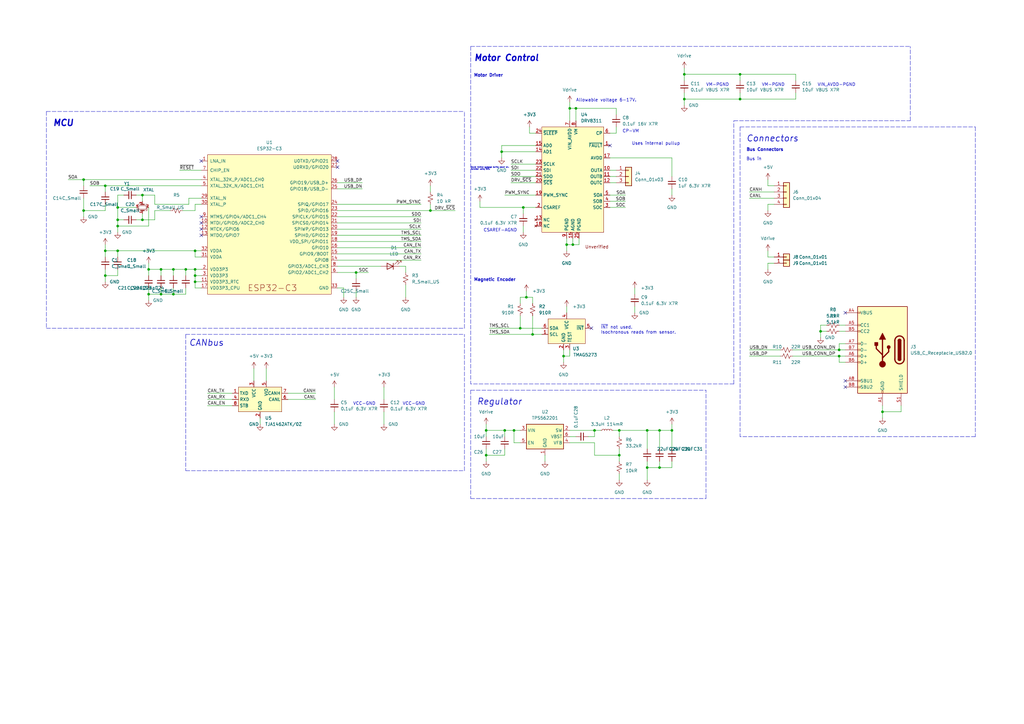
<source format=kicad_sch>
(kicad_sch (version 20211123) (generator eeschema)
  (paper "A3")
  (lib_symbols
    (symbol "Connector:USB_C_Receptacle_USB2.0" (pin_names (offset 1.016))
      (property "Reference" "J" (at -10.16 19.05 0))
      (property "Value" "USB_C_Receptacle_USB2.0" (at 19.05 19.05 0))
      (symbol "USB_C_Receptacle_USB2.0_1_1"
        (pin passive line (at 0 -22.86 90) (length 5.08) (name "GND") (number "A1"))
        (pin passive line (at 0 -22.86 90) (length 5.08) hide (name "GND") (number "A12"))
        (pin passive line (at 15.24 15.24 180) (length 5.08) (name "VBUS") (number "A4"))
        (pin bidirectional line (at 15.24 10.16 180) (length 5.08) (name "CC1") (number "A5"))
        (pin bidirectional line (at 15.24 -2.54 180) (length 5.08) (name "D+") (number "A6"))
        (pin bidirectional line (at 15.24 2.54 180) (length 5.08) (name "D-") (number "A7"))
        (pin bidirectional line (at 15.24 -12.7 180) (length 5.08) (name "SBU1") (number "A8"))
        (pin passive line (at 15.24 15.24 180) (length 5.08) hide (name "VBUS") (number "A9"))
        (pin passive line (at 0 -22.86 90) (length 5.08) hide (name "GND") (number "B1"))
        (pin passive line (at 0 -22.86 90) (length 5.08) hide (name "GND") (number "B12"))
        (pin passive line (at 15.24 15.24 180) (length 5.08) hide (name "VBUS") (number "B4"))
        (pin bidirectional line (at 15.24 7.62 180) (length 5.08) (name "CC2") (number "B5"))
        (pin bidirectional line (at 15.24 -5.08 180) (length 5.08) (name "D+") (number "B6"))
        (pin bidirectional line (at 15.24 0 180) (length 5.08) (name "D-") (number "B7"))
        (pin bidirectional line (at 15.24 -15.24 180) (length 5.08) (name "SBU2") (number "B8"))
        (pin passive line (at 15.24 15.24 180) (length 5.08) hide (name "VBUS") (number "B9"))
        (pin passive line (at -7.62 -22.86 90) (length 5.08) (name "SHIELD") (number "S1"))
      )
    )
    (symbol "Connector_Generic:Conn_01x01" (pin_names (offset 1.016) hide)
      (property "Reference" "J" (at 0 2.54 0))
      (property "Value" "Conn_01x01" (at 0 -2.54 0))
      (symbol "Conn_01x01_1_1"
        (pin passive line (at -5.08 0 0) (length 3.81) (name "Pin_1") (number "1"))
      )
    )
    (symbol "Connector_Generic:Conn_01x03" (pin_names (offset 1.016) hide)
      (property "Reference" "J" (at 0 5.08 0))
      (property "Value" "Conn_01x03" (at 0 -5.08 0))
      (symbol "Conn_01x03_1_1"
        (pin passive line (at -5.08 2.54 0) (length 3.81) (name "Pin_1") (number "1"))
        (pin passive line (at -5.08 0 0) (length 3.81) (name "Pin_2") (number "2"))
        (pin passive line (at -5.08 -2.54 0) (length 3.81) (name "Pin_3") (number "3"))
      )
    )
    (symbol "Connector_Generic:Conn_01x04" (pin_names (offset 1.016) hide)
      (property "Reference" "J" (at 0 5.08 0))
      (property "Value" "Conn_01x04" (at 0 -7.62 0))
      (symbol "Conn_01x04_1_1"
        (pin passive line (at -5.08 2.54 0) (length 3.81) (name "Pin_1") (number "1"))
        (pin passive line (at -5.08 0 0) (length 3.81) (name "Pin_2") (number "2"))
        (pin passive line (at -5.08 -2.54 0) (length 3.81) (name "Pin_3") (number "3"))
        (pin passive line (at -5.08 -5.08 0) (length 3.81) (name "Pin_4") (number "4"))
      )
    )
    (symbol "DStutman_Driver_Motor:DRV8311"
      (property "Reference" "U" (at 5.27 12 0))
      (property "Value" "DRV8311" (at 5.27 10 0))
      (symbol "DRV8311_0_0"
        (text "Unverified" (at 5 8 0) (effects (font (size 1.27 1.27)) (justify left)))
        (pin open_collector line (at 15.24 49.53 180) (length 2.54) (name "~{FAULT}") (number "1"))
        (pin power_out line (at 15.24 39.37 180) (length 2.54) (name "OUTA") (number "10"))
        (pin power_out line (at 15.24 36.83 180) (length 2.54) (name "OUTB") (number "11"))
        (pin power_out line (at 15.24 34.29 180) (length 2.54) (name "OUTC") (number "12"))
        (pin no_connect line (at -15.24 19.05 0) (length 2.54) (name "NC") (number "13"))
        (pin input line (at -15.24 46.99 0) (length 2.54) (name "AD1") (number "14"))
        (pin input line (at -15.24 49.53 0) (length 2.54) (name "AD0") (number "15"))
        (pin input line (at 0 11.43 90) (length 2.54) (name "AGND") (number "16"))
        (pin power_out line (at 15.24 44.45 180) (length 2.54) (name "AVDD") (number "17"))
        (pin no_connect line (at -15.24 16.51 0) (length 2.54) (name "NC") (number "18"))
        (pin input line (at -15.24 29.21 0) (length 2.54) (name "PWM_SYNC") (number "19"))
        (pin input line (at -15.24 24.13 0) (length 2.54) (name "CSAREF") (number "2"))
        (pin input line (at -15.24 34.29 0) (length 2.54) (name "~{SCS}") (number "20"))
        (pin output line (at -15.24 36.83 0) (length 2.54) (name "SDO") (number "21"))
        (pin input line (at -15.24 39.37 0) (length 2.54) (name "SDI") (number "22"))
        (pin input line (at -15.24 41.91 0) (length 2.54) (name "SCLK") (number "23"))
        (pin input line (at -15.24 54.61 0) (length 2.54) (name "~{SLEEP}") (number "24"))
        (pin power_out line (at 2.54 11.43 90) (length 2.54) (name "PGND") (number "25"))
        (pin output line (at 15.24 24.13 180) (length 2.54) (name "SOC") (number "3"))
        (pin output line (at 15.24 26.67 180) (length 2.54) (name "SOB") (number "4"))
        (pin output line (at 15.24 29.21 180) (length 2.54) (name "SOA") (number "5"))
        (pin input line (at 15.24 54.61 180) (length 2.54) (name "CP") (number "6"))
        (pin power_in line (at -1.27 59.69 270) (length 2.54) (name "VIN_AVDD") (number "7"))
        (pin power_in line (at 1.27 59.69 270) (length 2.54) (name "VM") (number "8"))
        (pin power_in line (at -2.54 11.43 90) (length 2.54) (name "PGND") (number "9"))
      )
    )
    (symbol "DStutman_Sensor:TMAG5273"
      (property "Reference" "U" (at 2.54 -6.35 0))
      (property "Value" "TMAG5273" (at 2.54 -8.89 0))
      (symbol "TMAG5273_0_0"
        (pin bidirectional line (at -10.16 -1.27 0) (length 2.54) (name "SCL") (number "1"))
        (pin power_in line (at -1.27 -7.62 90) (length 2.54) (name "GND") (number "2"))
        (pin power_in line (at 1.27 -7.62 90) (length 2.54) (name "TEST") (number "3"))
        (pin power_in line (at 0 7.62 270) (length 2.54) (name "VCC") (number "4"))
        (pin bidirectional line (at 10.16 1.27 180) (length 2.54) (name "~{INT}") (number "5"))
        (pin bidirectional line (at -10.16 1.27 0) (length 2.54) (name "SDA") (number "6"))
      )
    )
    (symbol "Device:C_Small" (pin_numbers hide) (pin_names (offset 0.254) hide)
      (property "Reference" "C" (at 0.254 1.778 0))
      (property "Value" "C_Small" (at 0.254 -2.032 0))
      (symbol "C_Small_1_1"
        (pin passive line (at 0 2.54 270) (length 2.032) (name "~") (number "1"))
        (pin passive line (at 0 -2.54 90) (length 2.032) (name "~") (number "2"))
      )
    )
    (symbol "Device:Crystal_GND24_Small" (pin_names (offset 1.016) hide)
      (property "Reference" "Y" (at 1.27 4.445 0))
      (property "Value" "Crystal_GND24_Small" (at 1.27 2.54 0))
      (symbol "Crystal_GND24_Small_1_1"
        (pin passive line (at -2.54 0 0) (length 1.27) (name "1") (number "1"))
        (pin passive line (at 0 -2.54 90) (length 0.635) (name "2") (number "2"))
        (pin passive line (at 2.54 0 180) (length 1.27) (name "3") (number "3"))
        (pin passive line (at 0 2.54 270) (length 0.635) (name "4") (number "4"))
      )
    )
    (symbol "Device:LED" (pin_numbers hide) (pin_names (offset 1.016) hide)
      (property "Reference" "D" (at 0 2.54 0))
      (property "Value" "LED" (at 0 -2.54 0))
      (symbol "LED_1_1"
        (pin passive line (at -3.81 0 0) (length 2.54) (name "K") (number "1"))
        (pin passive line (at 3.81 0 180) (length 2.54) (name "A") (number "2"))
      )
    )
    (symbol "Device:L_Small" (pin_numbers hide) (pin_names (offset 0.254) hide)
      (property "Reference" "L" (at 0.762 1.016 0))
      (property "Value" "L_Small" (at 0.762 -1.016 0))
      (symbol "L_Small_1_1"
        (pin passive line (at 0 2.54 270) (length 0.508) (name "~") (number "1"))
        (pin passive line (at 0 -2.54 90) (length 0.508) (name "~") (number "2"))
      )
    )
    (symbol "Device:R_Small_US" (pin_numbers hide) (pin_names (offset 0.254) hide)
      (property "Reference" "R" (at 0.762 0.508 0))
      (property "Value" "R_Small_US" (at 0.762 -1.016 0))
      (symbol "R_Small_US_1_1"
        (pin passive line (at 0 2.54 270) (length 1.016) (name "~") (number "1"))
        (pin passive line (at 0 -2.54 90) (length 1.016) (name "~") (number "2"))
      )
    )
    (symbol "Library:ESP32-C3" (pin_names (offset 1.016))
      (property "Reference" "U" (at 0 31.75 0))
      (property "Value" "ESP32-C3" (at 0 -27.94 0))
      (symbol "ESP32-C3_0_0"
        (text "ESP32-C3" (at 1.27 -24.13 0) (effects (font (size 2.54 2.54))))
        (pin bidirectional line (at -27.94 27.94 0) (length 2.54) (name "LNA_IN") (number "1"))
        (pin bidirectional line (at -27.94 2.54 0) (length 2.54) (name "MTDI/GPIO5/ADC2_CH0") (number "10"))
        (pin power_in line (at -27.94 -21.59 0) (length 2.54) (name "VDD3P3_RTC") (number "11"))
        (pin bidirectional line (at -27.94 0 0) (length 2.54) (name "MTCK/GPIO6") (number "12"))
        (pin bidirectional line (at -27.94 -2.54 0) (length 2.54) (name "MTDO/GPIO7") (number "13"))
        (pin bidirectional line (at 27.94 -12.7 180) (length 2.54) (name "GPIO8") (number "14"))
        (pin bidirectional line (at 27.94 -10.16 180) (length 2.54) (name "GPIO9/BOOT") (number "15"))
        (pin bidirectional line (at 27.94 -7.62 180) (length 2.54) (name "GPIO10") (number "16"))
        (pin power_in line (at -27.94 -24.13 0) (length 2.54) (name "VDD3P3_CPU") (number "17"))
        (pin bidirectional line (at 27.94 -5.08 180) (length 2.54) (name "VDD_SPI/GPIO11") (number "18"))
        (pin bidirectional line (at 27.94 -2.54 180) (length 2.54) (name "SPIHD/GPIO12") (number "19"))
        (pin power_in line (at -27.94 -16.51 0) (length 2.54) (name "VDD3P3") (number "2"))
        (pin bidirectional line (at 27.94 0 180) (length 2.54) (name "SPIWP/GPIO13") (number "20"))
        (pin bidirectional line (at 27.94 2.54 180) (length 2.54) (name "SPICS0/GPIO14") (number "21"))
        (pin bidirectional line (at 27.94 5.08 180) (length 2.54) (name "SPICLK/GPIO15") (number "22"))
        (pin bidirectional line (at 27.94 7.62 180) (length 2.54) (name "SPID/GPIO16") (number "23"))
        (pin bidirectional line (at 27.94 10.16 180) (length 2.54) (name "SPIQ/GPIO17") (number "24"))
        (pin bidirectional line (at 27.94 16.51 180) (length 2.54) (name "GPIO18/USB_D-") (number "25"))
        (pin bidirectional line (at 27.94 19.05 180) (length 2.54) (name "GPIO19/USB_D+") (number "26"))
        (pin bidirectional line (at 27.94 25.4 180) (length 2.54) (name "U0RXD/GPIO20") (number "27"))
        (pin bidirectional line (at 27.94 27.94 180) (length 2.54) (name "U0TXD/GPIO21") (number "28"))
        (pin output line (at -27.94 12.7 0) (length 2.54) (name "XTAL_N") (number "29"))
        (pin power_in line (at -27.94 -19.05 0) (length 2.54) (name "VDD3P3") (number "3"))
        (pin input line (at -27.94 10.16 0) (length 2.54) (name "XTAL_P") (number "30"))
        (pin power_in line (at -27.94 -11.43 0) (length 2.54) (name "VDDA") (number "31"))
        (pin power_in line (at -27.94 -8.89 0) (length 2.54) (name "VDDA") (number "32"))
        (pin power_in line (at 27.94 -24.13 180) (length 2.54) (name "GND") (number "33"))
        (pin output line (at -27.94 20.32 0) (length 2.54) (name "XTAL_32K_P/ADC1_CH0") (number "4"))
        (pin input line (at -27.94 17.78 0) (length 2.54) (name "XTAL_32K_N/ADC1_CH1") (number "5"))
        (pin bidirectional line (at 27.94 -17.78 180) (length 2.54) (name "GPIO2/ADC1_CH2") (number "6"))
        (pin input line (at -27.94 24.13 0) (length 2.54) (name "CHIP_EN") (number "7"))
        (pin bidirectional line (at 27.94 -15.24 180) (length 2.54) (name "GPIO3/ADC1_CH3") (number "8"))
        (pin bidirectional line (at -27.94 5.08 0) (length 2.54) (name "MTMS/GPIO4/ADC1_CH4") (number "9"))
      )
    )
    (symbol "Library:TJA1462ATK{slash}0Z"
      (property "Reference" "U" (at -11.43 1.27 0))
      (property "Value" "TJA1462ATK{slash}0Z" (at 8.89 -8.89 0))
      (symbol "TJA1462ATK{slash}0Z_0_0"
        (pin input line (at -11.43 1.27 0) (length 2.54) (name "TXD") (number "1"))
        (pin power_in line (at 0 -8.89 90) (length 2.54) (name "GND") (number "2"))
        (pin power_in line (at -2.54 6.35 270) (length 2.54) (name "VCC") (number "3"))
        (pin output line (at -11.43 -1.27 0) (length 2.54) (name "RXD") (number "4"))
        (pin power_in line (at 2.54 6.35 270) (length 2.54) (name "VIO") (number "5"))
        (pin tri_state line (at 11.43 -1.27 180) (length 2.54) (name "CANL") (number "6"))
        (pin tri_state line (at 11.43 1.27 180) (length 2.54) (name "CANH") (number "7"))
        (pin input line (at -11.43 -3.81 0) (length 2.54) (name "STB") (number "8"))
        (pin power_in line (at 0 -8.89 90) (length 2.54) hide (name "GND") (number "9"))
      )
    )
    (symbol "Library:TPS562201"
      (property "Reference" "U" (at -7.62 6.35 0))
      (property "Value" "TPS562201" (at -2.54 6.35 0))
      (symbol "TPS562201_1_1"
        (pin power_in line (at 0 -7.62 90) (length 2.54) (name "GND") (number "1"))
        (pin output line (at 10.16 2.54 180) (length 2.54) (name "SW") (number "2"))
        (pin power_in line (at -10.16 2.54 0) (length 2.54) (name "VIN") (number "3"))
        (pin input line (at 10.16 -2.54 180) (length 2.54) (name "VFB") (number "4"))
        (pin input line (at -10.16 -2.54 0) (length 2.54) (name "EN") (number "5"))
        (pin passive line (at 10.16 0 180) (length 2.54) (name "VBST") (number "6"))
      )
    )
    (symbol "power:+3.3V" (power) (pin_names (offset 0))
      (property "Value" "+3.3V" (at 0 3.556 0))
      (symbol "+3.3V_1_1"
        (pin power_in line (at 0 0 90) (length 0) hide (name "+3V3") (number "1"))
      )
    )
    (symbol "power:+3V3" (power) (pin_names (offset 0))
      (property "Value" "+3V3" (at 0 3.556 0))
      (symbol "+3V3_1_1"
        (pin power_in line (at 0 0 90) (length 0) hide (name "+3V3") (number "1"))
      )
    )
    (symbol "power:+5V" (power) (pin_names (offset 0))
      (property "Value" "+5V" (at 0 3.556 0))
      (symbol "+5V_1_1"
        (pin power_in line (at 0 0 90) (length 0) hide (name "+5V") (number "1"))
      )
    )
    (symbol "power:GND" (power) (pin_names (offset 0))
      (property "Value" "GND" (at 0 -3.81 0))
      (symbol "GND_1_1"
        (pin power_in line (at 0 0 270) (length 0) hide (name "GND") (number "1"))
      )
    )
    (symbol "power:Vdrive" (power) (pin_names (offset 0))
      (property "Value" "Vdrive" (at 0 3.81 0))
      (symbol "Vdrive_1_1"
        (pin power_in line (at 0 0 90) (length 0) hide (name "Vdrive") (number "1"))
      )
    )
  )
  (junction (at 34.29 86.36))
  (junction (at 71.12 120.65))
  (junction (at 58.42 80.01))
  (junction (at 303.53 30.48))
  (junction (at 265.43 191.77))
  (junction (at 207.01 176.53))
  (junction (at 280.67 40.64))
  (junction (at 236.22 44.45))
  (junction (at 205.74 62.23))
  (junction (at 66.04 120.65))
  (junction (at 80.01 110.49))
  (junction (at 265.43 176.53))
  (junction (at 76.2 110.49))
  (junction (at 60.96 120.65))
  (junction (at 48.26 90.17))
  (junction (at 254 186.69))
  (junction (at 80.01 113.03))
  (junction (at 48.26 102.87))
  (junction (at 336.55 135.89))
  (junction (at 43.18 113.03))
  (junction (at 275.59 176.53))
  (junction (at 60.96 110.49))
  (junction (at 199.39 176.53))
  (junction (at 280.67 30.48))
  (junction (at 176.53 86.36))
  (junction (at 215.9 121.92))
  (junction (at 231.14 146.05))
  (junction (at 34.29 73.66))
  (junction (at 58.42 90.17))
  (junction (at 303.53 40.64))
  (junction (at 344.17 146.05))
  (junction (at 233.68 44.45))
  (junction (at 48.26 92.71))
  (junction (at 43.18 102.87))
  (junction (at 270.51 191.77))
  (junction (at 213.36 134.62))
  (junction (at 254 176.53))
  (junction (at 80.01 102.87))
  (junction (at 80.01 115.57))
  (junction (at 234.95 100.33))
  (junction (at 66.04 110.49))
  (junction (at 243.84 176.53))
  (junction (at 48.26 85.09))
  (junction (at 361.95 168.91))
  (junction (at 232.41 100.33))
  (junction (at 199.39 186.69))
  (junction (at 43.18 76.2))
  (junction (at 214.63 85.09))
  (junction (at 344.17 143.51))
  (junction (at 146.05 111.76))
  (junction (at 71.12 110.49))
  (junction (at 218.44 137.16))
  (junction (at 210.82 176.53))
  (junction (at 270.51 176.53))
  (no_connect (at 82.55 88.9))
  (no_connect (at 82.55 91.44))
  (no_connect (at 82.55 93.98))
  (no_connect (at 138.43 68.58))
  (no_connect (at 138.43 66.04))
  (no_connect (at 82.55 96.52))
  (no_connect (at 346.71 128.27))
  (no_connect (at 82.55 66.04))
  (no_connect (at 250.19 59.69))
  (no_connect (at 242.57 134.62))
  (no_connect (at 346.71 158.75))
  (no_connect (at 346.71 156.21))
  (wire (pts (xy 109.22 151.13) (xy 109.22 156.21)))
  (wire (pts (xy 138.43 111.76) (xy 146.05 111.76)))
  (wire (pts (xy 215.9 121.92) (xy 218.44 121.92)))
  (wire (pts (xy 71.12 120.65) (xy 66.04 120.65)))
  (wire (pts (xy 48.26 80.01) (xy 48.26 85.09)))
  (polyline (pts (xy 190.5 193.04) (xy 190.5 137.16)))
  (wire (pts (xy 346.71 140.97) (xy 344.17 140.97)))
  (wire (pts (xy 233.68 179.07) (xy 236.22 179.07)))
  (wire (pts (xy 77.47 83.82) (xy 77.47 81.28)))
  (wire (pts (xy 250.19 54.61) (xy 252.73 54.61)))
  (wire (pts (xy 55.88 90.17) (xy 58.42 90.17)))
  (wire (pts (xy 265.43 189.23) (xy 265.43 191.77)))
  (wire (pts (xy 138.43 109.22) (xy 156.21 109.22)))
  (wire (pts (xy 207.01 176.53) (xy 210.82 176.53)))
  (wire (pts (xy 210.82 176.53) (xy 213.36 176.53)))
  (wire (pts (xy 43.18 76.2) (xy 82.55 76.2)))
  (wire (pts (xy 34.29 73.66) (xy 82.55 73.66)))
  (wire (pts (xy 36.83 76.2) (xy 43.18 76.2)))
  (wire (pts (xy 71.12 118.11) (xy 71.12 120.65)))
  (wire (pts (xy 214.63 85.09) (xy 219.71 85.09)))
  (wire (pts (xy 137.16 158.75) (xy 137.16 163.83)))
  (polyline (pts (xy 373.38 49.53) (xy 373.38 19.05)))
  (wire (pts (xy 250.19 74.93) (xy 252.73 74.93)))
  (polyline (pts (xy 300.99 157.48) (xy 193.04 157.48)))
  (wire (pts (xy 218.44 137.16) (xy 222.25 137.16)))
  (polyline (pts (xy 193.04 19.05) (xy 193.04 157.48)))
  (wire (pts (xy 317.5 105.41) (xy 314.96 105.41)))
  (wire (pts (xy 80.01 83.82) (xy 82.55 83.82)))
  (wire (pts (xy 146.05 111.76) (xy 151.13 111.76)))
  (wire (pts (xy 213.36 181.61) (xy 210.82 181.61)))
  (wire (pts (xy 213.36 134.62) (xy 222.25 134.62)))
  (wire (pts (xy 199.39 176.53) (xy 207.01 176.53)))
  (wire (pts (xy 205.74 64.77) (xy 205.74 62.23)))
  (wire (pts (xy 215.9 119.38) (xy 215.9 121.92)))
  (wire (pts (xy 166.37 109.22) (xy 166.37 111.76)))
  (wire (pts (xy 71.12 110.49) (xy 76.2 110.49)))
  (wire (pts (xy 236.22 44.45) (xy 252.73 44.45)))
  (wire (pts (xy 63.5 86.36) (xy 69.85 86.36)))
  (wire (pts (xy 223.52 189.23) (xy 223.52 186.69)))
  (wire (pts (xy 60.96 110.49) (xy 66.04 110.49)))
  (wire (pts (xy 213.36 129.54) (xy 213.36 134.62)))
  (wire (pts (xy 138.43 118.11) (xy 140.97 118.11)))
  (wire (pts (xy 218.44 121.92) (xy 218.44 124.46)))
  (wire (pts (xy 63.5 83.82) (xy 63.5 80.01)))
  (wire (pts (xy 73.66 69.85) (xy 82.55 69.85)))
  (wire (pts (xy 82.55 118.11) (xy 80.01 118.11)))
  (wire (pts (xy 254 194.31) (xy 254 196.85)))
  (wire (pts (xy 166.37 116.84) (xy 166.37 121.92)))
  (wire (pts (xy 50.8 80.01) (xy 48.26 80.01)))
  (wire (pts (xy 270.51 189.23) (xy 270.51 191.77)))
  (wire (pts (xy 80.01 110.49) (xy 82.55 110.49)))
  (wire (pts (xy 50.8 90.17) (xy 48.26 90.17)))
  (wire (pts (xy 85.09 166.37) (xy 95.25 166.37)))
  (wire (pts (xy 199.39 184.15) (xy 199.39 186.69)))
  (polyline (pts (xy 193.04 19.05) (xy 373.38 19.05)))
  (wire (pts (xy 344.17 133.35) (xy 346.71 133.35)))
  (wire (pts (xy 138.43 99.06) (xy 172.72 99.06)))
  (wire (pts (xy 361.95 168.91) (xy 361.95 171.45)))
  (polyline (pts (xy 76.2 193.04) (xy 190.5 193.04)))
  (wire (pts (xy 314.96 102.87) (xy 314.96 105.41)))
  (wire (pts (xy 254 176.53) (xy 254 179.07)))
  (wire (pts (xy 207.01 80.01) (xy 219.71 80.01)))
  (wire (pts (xy 76.2 110.49) (xy 80.01 110.49)))
  (wire (pts (xy 66.04 110.49) (xy 71.12 110.49)))
  (wire (pts (xy 137.16 168.91) (xy 137.16 173.99)))
  (wire (pts (xy 254 176.53) (xy 265.43 176.53)))
  (wire (pts (xy 80.01 105.41) (xy 82.55 105.41)))
  (wire (pts (xy 231.14 146.05) (xy 231.14 148.59)))
  (wire (pts (xy 146.05 111.76) (xy 146.05 114.3)))
  (wire (pts (xy 361.95 166.37) (xy 361.95 168.91)))
  (wire (pts (xy 60.96 118.11) (xy 60.96 120.65)))
  (wire (pts (xy 85.09 163.83) (xy 95.25 163.83)))
  (wire (pts (xy 260.35 125.73) (xy 260.35 128.27)))
  (wire (pts (xy 250.19 64.77) (xy 275.59 64.77)))
  (wire (pts (xy 314.96 83.82) (xy 317.5 83.82)))
  (wire (pts (xy 210.82 181.61) (xy 210.82 176.53)))
  (wire (pts (xy 80.01 113.03) (xy 82.55 113.03)))
  (wire (pts (xy 213.36 121.92) (xy 215.9 121.92)))
  (wire (pts (xy 307.34 81.28) (xy 317.5 81.28)))
  (wire (pts (xy 48.26 113.03) (xy 43.18 113.03)))
  (wire (pts (xy 138.43 83.82) (xy 172.72 83.82)))
  (wire (pts (xy 140.97 118.11) (xy 140.97 121.92)))
  (wire (pts (xy 275.59 64.77) (xy 275.59 72.39)))
  (wire (pts (xy 217.17 52.07) (xy 217.17 54.61)))
  (wire (pts (xy 43.18 102.87) (xy 48.26 102.87)))
  (wire (pts (xy 346.71 148.59) (xy 344.17 148.59)))
  (wire (pts (xy 76.2 113.03) (xy 76.2 110.49)))
  (polyline (pts (xy 193.04 204.47) (xy 289.56 204.47)))
  (wire (pts (xy 339.09 133.35) (xy 336.55 133.35)))
  (wire (pts (xy 196.85 82.55) (xy 196.85 85.09)))
  (wire (pts (xy 234.95 100.33) (xy 237.49 100.33)))
  (wire (pts (xy 80.01 115.57) (xy 80.01 118.11)))
  (wire (pts (xy 138.43 104.14) (xy 172.72 104.14)))
  (wire (pts (xy 43.18 76.2) (xy 43.18 78.74)))
  (wire (pts (xy 34.29 73.66) (xy 34.29 76.2)))
  (polyline (pts (xy 76.2 137.16) (xy 190.5 137.16)))
  (wire (pts (xy 236.22 44.45) (xy 236.22 49.53)))
  (wire (pts (xy 256.54 85.09) (xy 250.19 85.09)))
  (wire (pts (xy 60.96 107.95) (xy 60.96 110.49)))
  (wire (pts (xy 205.74 59.69) (xy 219.71 59.69)))
  (wire (pts (xy 234.95 97.79) (xy 234.95 100.33)))
  (wire (pts (xy 231.14 146.05) (xy 233.68 146.05)))
  (wire (pts (xy 138.43 91.44) (xy 172.72 91.44)))
  (wire (pts (xy 196.85 85.09) (xy 214.63 85.09)))
  (wire (pts (xy 205.74 62.23) (xy 219.71 62.23)))
  (wire (pts (xy 34.29 81.28) (xy 34.29 86.36)))
  (wire (pts (xy 60.96 120.65) (xy 60.96 123.19)))
  (wire (pts (xy 232.41 100.33) (xy 232.41 102.87)))
  (wire (pts (xy 48.26 85.09) (xy 48.26 90.17)))
  (wire (pts (xy 251.46 176.53) (xy 254 176.53)))
  (wire (pts (xy 157.48 163.83) (xy 157.48 158.75)))
  (wire (pts (xy 275.59 184.15) (xy 275.59 176.53)))
  (wire (pts (xy 326.39 33.02) (xy 326.39 30.48)))
  (wire (pts (xy 80.01 115.57) (xy 82.55 115.57)))
  (wire (pts (xy 325.12 143.51) (xy 344.17 143.51)))
  (wire (pts (xy 176.53 86.36) (xy 186.69 86.36)))
  (wire (pts (xy 280.67 27.94) (xy 280.67 30.48)))
  (polyline (pts (xy 193.04 160.02) (xy 289.56 160.02)))
  (polyline (pts (xy 190.5 134.62) (xy 190.5 45.72)))
  (polyline (pts (xy 400.05 52.07) (xy 400.05 179.07)))
  (wire (pts (xy 270.51 184.15) (xy 270.51 176.53)))
  (wire (pts (xy 219.71 54.61) (xy 217.17 54.61)))
  (wire (pts (xy 205.74 62.23) (xy 205.74 59.69)))
  (wire (pts (xy 207.01 176.53) (xy 207.01 179.07)))
  (wire (pts (xy 34.29 86.36) (xy 43.18 86.36)))
  (wire (pts (xy 43.18 113.03) (xy 43.18 115.57)))
  (wire (pts (xy 66.04 120.65) (xy 60.96 120.65)))
  (wire (pts (xy 275.59 77.47) (xy 275.59 80.01)))
  (polyline (pts (xy 76.2 137.16) (xy 76.2 193.04)))
  (wire (pts (xy 237.49 100.33) (xy 237.49 97.79)))
  (wire (pts (xy 265.43 191.77) (xy 265.43 196.85)))
  (wire (pts (xy 243.84 176.53) (xy 243.84 179.07)))
  (wire (pts (xy 325.12 146.05) (xy 344.17 146.05)))
  (wire (pts (xy 344.17 148.59) (xy 344.17 146.05)))
  (wire (pts (xy 27.94 73.66) (xy 34.29 73.66)))
  (wire (pts (xy 80.01 102.87) (xy 80.01 105.41)))
  (wire (pts (xy 280.67 40.64) (xy 303.53 40.64)))
  (wire (pts (xy 346.71 146.05) (xy 344.17 146.05)))
  (wire (pts (xy 58.42 90.17) (xy 58.42 87.63)))
  (wire (pts (xy 60.96 85.09) (xy 60.96 92.71)))
  (wire (pts (xy 336.55 133.35) (xy 336.55 135.89)))
  (wire (pts (xy 265.43 184.15) (xy 265.43 176.53)))
  (wire (pts (xy 336.55 135.89) (xy 339.09 135.89)))
  (wire (pts (xy 270.51 176.53) (xy 265.43 176.53)))
  (wire (pts (xy 48.26 95.25) (xy 48.26 92.71)))
  (wire (pts (xy 275.59 189.23) (xy 275.59 191.77)))
  (polyline (pts (xy 19.05 134.62) (xy 190.5 134.62)))
  (polyline (pts (xy 400.05 179.07) (xy 303.53 179.07)))
  (wire (pts (xy 369.57 166.37) (xy 369.57 168.91)))
  (wire (pts (xy 214.63 92.71) (xy 214.63 95.25)))
  (wire (pts (xy 250.19 72.39) (xy 252.73 72.39)))
  (wire (pts (xy 138.43 88.9) (xy 172.72 88.9)))
  (wire (pts (xy 77.47 81.28) (xy 82.55 81.28)))
  (wire (pts (xy 58.42 80.01) (xy 58.42 82.55)))
  (wire (pts (xy 214.63 85.09) (xy 214.63 87.63)))
  (wire (pts (xy 307.34 146.05) (xy 320.04 146.05)))
  (wire (pts (xy 280.67 38.1) (xy 280.67 40.64)))
  (wire (pts (xy 163.83 109.22) (xy 166.37 109.22)))
  (polyline (pts (xy 300.99 157.48) (xy 300.99 49.53)))
  (wire (pts (xy 138.43 101.6) (xy 172.72 101.6)))
  (wire (pts (xy 280.67 30.48) (xy 303.53 30.48)))
  (wire (pts (xy 326.39 40.64) (xy 303.53 40.64)))
  (wire (pts (xy 209.55 72.39) (xy 219.71 72.39)))
  (wire (pts (xy 307.34 78.74) (xy 317.5 78.74)))
  (wire (pts (xy 344.17 135.89) (xy 346.71 135.89)))
  (wire (pts (xy 252.73 54.61) (xy 252.73 52.07)))
  (wire (pts (xy 157.48 168.91) (xy 157.48 173.99)))
  (wire (pts (xy 232.41 97.79) (xy 232.41 100.33)))
  (wire (pts (xy 200.66 134.62) (xy 213.36 134.62)))
  (wire (pts (xy 71.12 113.03) (xy 71.12 110.49)))
  (wire (pts (xy 326.39 30.48) (xy 303.53 30.48)))
  (wire (pts (xy 146.05 119.38) (xy 146.05 121.92)))
  (wire (pts (xy 138.43 96.52) (xy 172.72 96.52)))
  (wire (pts (xy 218.44 129.54) (xy 218.44 137.16)))
  (wire (pts (xy 307.34 143.51) (xy 320.04 143.51)))
  (wire (pts (xy 369.57 168.91) (xy 361.95 168.91)))
  (polyline (pts (xy 300.99 49.53) (xy 373.38 49.53)))
  (wire (pts (xy 231.14 143.51) (xy 231.14 146.05)))
  (wire (pts (xy 176.53 76.2) (xy 176.53 78.74)))
  (wire (pts (xy 80.01 102.87) (xy 82.55 102.87)))
  (wire (pts (xy 118.11 163.83) (xy 129.54 163.83)))
  (wire (pts (xy 250.19 69.85) (xy 252.73 69.85)))
  (wire (pts (xy 199.39 176.53) (xy 199.39 179.07)))
  (wire (pts (xy 176.53 83.82) (xy 176.53 86.36)))
  (wire (pts (xy 314.96 83.82) (xy 314.96 86.36)))
  (wire (pts (xy 209.55 67.31) (xy 219.71 67.31)))
  (wire (pts (xy 48.26 102.87) (xy 80.01 102.87)))
  (wire (pts (xy 63.5 90.17) (xy 58.42 90.17)))
  (wire (pts (xy 232.41 100.33) (xy 234.95 100.33)))
  (wire (pts (xy 76.2 120.65) (xy 71.12 120.65)))
  (wire (pts (xy 232.41 125.73) (xy 232.41 128.27)))
  (wire (pts (xy 118.11 161.29) (xy 129.54 161.29)))
  (wire (pts (xy 254 184.15) (xy 254 186.69)))
  (wire (pts (xy 138.43 106.68) (xy 172.72 106.68)))
  (wire (pts (xy 207.01 184.15) (xy 207.01 186.69)))
  (wire (pts (xy 275.59 176.53) (xy 270.51 176.53)))
  (wire (pts (xy 138.43 74.93) (xy 148.59 74.93)))
  (wire (pts (xy 199.39 173.99) (xy 199.39 176.53)))
  (wire (pts (xy 243.84 176.53) (xy 246.38 176.53)))
  (wire (pts (xy 303.53 30.48) (xy 303.53 33.02)))
  (wire (pts (xy 256.54 80.01) (xy 250.19 80.01)))
  (wire (pts (xy 106.68 171.45) (xy 106.68 173.99)))
  (wire (pts (xy 209.55 74.93) (xy 219.71 74.93)))
  (wire (pts (xy 80.01 110.49) (xy 80.01 113.03)))
  (wire (pts (xy 314.96 76.2) (xy 317.5 76.2)))
  (polyline (pts (xy 289.56 204.47) (xy 289.56 160.02)))
  (wire (pts (xy 138.43 86.36) (xy 176.53 86.36)))
  (wire (pts (xy 66.04 118.11) (xy 66.04 120.65)))
  (wire (pts (xy 314.96 73.66) (xy 314.96 76.2)))
  (wire (pts (xy 314.96 107.95) (xy 317.5 107.95)))
  (wire (pts (xy 233.68 44.45) (xy 233.68 49.53)))
  (wire (pts (xy 280.67 33.02) (xy 280.67 30.48)))
  (wire (pts (xy 200.66 137.16) (xy 218.44 137.16)))
  (polyline (pts (xy 193.04 160.02) (xy 193.04 204.47)))
  (wire (pts (xy 199.39 186.69) (xy 199.39 189.23)))
  (wire (pts (xy 66.04 113.03) (xy 66.04 110.49)))
  (polyline (pts (xy 19.05 45.72) (xy 19.05 134.62)))
  (wire (pts (xy 243.84 179.07) (xy 241.3 179.07)))
  (wire (pts (xy 63.5 86.36) (xy 63.5 90.17)))
  (wire (pts (xy 60.96 92.71) (xy 48.26 92.71)))
  (wire (pts (xy 48.26 90.17) (xy 48.26 92.71)))
  (wire (pts (xy 243.84 181.61) (xy 243.84 186.69)))
  (wire (pts (xy 80.01 83.82) (xy 80.01 86.36)))
  (wire (pts (xy 336.55 135.89) (xy 336.55 138.43)))
  (wire (pts (xy 213.36 124.46) (xy 213.36 121.92)))
  (wire (pts (xy 80.01 113.03) (xy 80.01 115.57)))
  (polyline (pts (xy 303.53 52.07) (xy 400.05 52.07)))
  (wire (pts (xy 60.96 113.03) (xy 60.96 110.49)))
  (wire (pts (xy 252.73 46.99) (xy 252.73 44.45)))
  (wire (pts (xy 74.93 86.36) (xy 80.01 86.36)))
  (wire (pts (xy 209.55 69.85) (xy 219.71 69.85)))
  (wire (pts (xy 254 186.69) (xy 254 189.23)))
  (wire (pts (xy 43.18 83.82) (xy 43.18 86.36)))
  (wire (pts (xy 43.18 102.87) (xy 43.18 105.41)))
  (wire (pts (xy 48.26 102.87) (xy 48.26 105.41)))
  (wire (pts (xy 34.29 88.9) (xy 34.29 86.36)))
  (wire (pts (xy 280.67 40.64) (xy 280.67 43.18)))
  (wire (pts (xy 326.39 38.1) (xy 326.39 40.64)))
  (wire (pts (xy 63.5 83.82) (xy 77.47 83.82)))
  (wire (pts (xy 85.09 161.29) (xy 95.25 161.29)))
  (wire (pts (xy 48.26 110.49) (xy 48.26 113.03)))
  (wire (pts (xy 43.18 110.49) (xy 43.18 113.03)))
  (wire (pts (xy 303.53 40.64) (xy 303.53 38.1)))
  (wire (pts (xy 260.35 118.11) (xy 260.35 120.65)))
  (wire (pts (xy 233.68 181.61) (xy 243.84 181.61)))
  (wire (pts (xy 346.71 143.51) (xy 344.17 143.51)))
  (wire (pts (xy 76.2 118.11) (xy 76.2 120.65)))
  (wire (pts (xy 207.01 186.69) (xy 199.39 186.69)))
  (wire (pts (xy 233.68 176.53) (xy 243.84 176.53)))
  (wire (pts (xy 63.5 80.01) (xy 58.42 80.01)))
  (wire (pts (xy 265.43 191.77) (xy 270.51 191.77)))
  (polyline (pts (xy 303.53 52.07) (xy 303.53 179.07)))
  (wire (pts (xy 48.26 85.09) (xy 55.88 85.09)))
  (wire (pts (xy 275.59 191.77) (xy 270.51 191.77)))
  (wire (pts (xy 104.14 151.13) (xy 104.14 156.21)))
  (wire (pts (xy 233.68 44.45) (xy 236.22 44.45)))
  (polyline (pts (xy 19.05 45.72) (xy 190.5 45.72)))
  (wire (pts (xy 344.17 140.97) (xy 344.17 143.51)))
  (wire (pts (xy 138.43 93.98) (xy 172.72 93.98)))
  (wire (pts (xy 314.96 110.49) (xy 314.96 107.95)))
  (wire (pts (xy 243.84 186.69) (xy 254 186.69)))
  (wire (pts (xy 138.43 77.47) (xy 148.59 77.47)))
  (wire (pts (xy 43.18 100.33) (xy 43.18 102.87)))
  (wire (pts (xy 275.59 173.99) (xy 275.59 176.53)))
  (wire (pts (xy 233.68 41.91) (xy 233.68 44.45)))
  (wire (pts (xy 233.68 146.05) (xy 233.68 143.51)))
  (wire (pts (xy 55.88 80.01) (xy 58.42 80.01)))
  (wire (pts (xy 256.54 82.55) (xy 250.19 82.55)))
  (text "~{INT} not used.\nIsochronous reads from sensor." (at 246.38 137.16 0) (effects (font (size 1.27 1.27)) (justify left bottom)))
  (text "Allowable voltage 6-17V." (at 236.22 41.91 0) (effects (font (size 1.27 1.27)) (justify left bottom)))
  (text "Could recieve garbage during power on.\nConsider using ~{SCS}." (at 193.04 69.85 0) (effects (font (size 0.508 0.508)) (justify left bottom)))
  (text "Motor Control" (at 194.31 25.4 0) (effects (font (size 2.54 2.54) (thickness 0.508) bold italic) (justify left bottom)))
  (text "CANbus" (at 77.47 142.24 0) (effects (font (size 2.54 2.54) (thickness 0.254) bold italic) (justify left bottom)))
  (text "VCC-GND" (at 165.1 166.37 0) (effects (font (size 1.27 1.27)) (justify left bottom)))
  (text "VM-PGND" (at 289.56 35.56 0) (effects (font (size 1.27 1.27)) (justify left bottom)))
  (text "CP-VM" (at 255.27 54.61 0) (effects (font (size 1.27 1.27)) (justify left bottom)))
  (text "Bus Connectors" (at 306.07 62.23 0) (effects (font (size 1.27 1.27) (thickness 0.254) bold) (justify left bottom)))
  (text "Regulator" (at 195.58 166.37 0) (effects (font (size 2.54 2.54) (thickness 0.254) bold italic) (justify left bottom)))
  (text "Connectors" (at 306.07 58.42 0) (effects (font (size 2.54 2.54) (thickness 0.254) bold italic) (justify left bottom)))
  (text "Magnetic Encoder" (at 194.31 115.57 0) (effects (font (size 1.27 1.27) bold) (justify left bottom)))
  (text "VCC-GND" (at 144.78 166.37 0) (effects (font (size 1.27 1.27)) (justify left bottom)))
  (text "VM-PGND" (at 312.42 35.56 0) (effects (font (size 1.27 1.27)) (justify left bottom)))
  (text "VIN_AVDD-PGND" (at 335.28 35.56 0) (effects (font (size 1.27 1.27)) (justify left bottom)))
  (text "Bus in" (at 306.07 66.04 0) (effects (font (size 1.27 1.27)) (justify left bottom)))
  (text "Motor Driver" (at 194.31 31.75 0) (effects (font (size 1.27 1.27) bold) (justify left bottom)))
  (text "CSAREF-AGND" (at 212.09 95.25 180) (effects (font (size 1.27 1.27)) (justify right bottom)))
  (text "Uses internal pullup" (at 259.08 59.69 0) (effects (font (size 1.27 1.27)) (justify left bottom)))
  (text "MCU" (at 21.59 52.07 0) (effects (font (size 2.54 2.54) bold italic) (justify left bottom)))
  (label "SOB" (at 36.83 76.2 0))
  (label "SDO" (at 209.55 72.39 0))
  (label "USB_DP" (at 148.59 74.93 180))
  (label "CANH" (at 129.54 161.29 180))
  (label "USB_CONN_DP" (at 328.93 146.05 0))
  (label "USB_CONN_DN" (at 328.93 143.51 0))
  (label "SDO" (at 172.72 88.9 180))
  (label "DRV_~{SCS}" (at 209.55 74.93 0))
  (label "SDI" (at 172.72 91.44 180))
  (label "PWM_SYNC" (at 207.01 80.01 0))
  (label "CAN_TX" (at 85.09 161.29 0))
  (label "PWM_SYNC" (at 172.72 83.82 180))
  (label "CAN_RX" (at 172.72 106.68 180))
  (label "SCLK" (at 209.55 67.31 0))
  (label "TMS_SCL" (at 200.66 134.62 0))
  (label "SOB" (at 256.54 82.55 180))
  (label "TMS_SCL" (at 172.72 96.52 180))
  (label "TMS_SDA" (at 200.66 137.16 0))
  (label "CAN_RX" (at 85.09 163.83 0))
  (label "CANL" (at 129.54 163.83 180))
  (label "CAN_EN" (at 85.09 166.37 0))
  (label "TMS_SDA" (at 172.72 99.06 180))
  (label "SDI" (at 209.55 69.85 0))
  (label "DRV_~{SCS}" (at 186.69 86.36 180))
  (label "CANL" (at 307.34 81.28 0))
  (label "USB_DN" (at 307.34 143.51 0))
  (label "USB_DP" (at 307.34 146.05 0))
  (label "USB_DN" (at 148.59 77.47 180))
  (label "SCLK" (at 172.72 93.98 180))
  (label "~{RESET}" (at 73.66 69.85 0))
  (label "CANH" (at 307.34 78.74 0))
  (label "SOC" (at 256.54 85.09 180))
  (label "CAN_EN" (at 172.72 101.6 180))
  (label "SOC" (at 151.13 111.76 180))
  (label "SOA" (at 27.94 73.66 0))
  (label "SOA" (at 256.54 80.01 180))
  (label "CAN_TX" (at 172.72 104.14 180))
  (symbol (lib_id "Library:TJA1462ATK{slash}0Z") (at 106.68 162.56 0) (unit 1)
    (property "Reference" "U5" (at 108.6994 171.45 0) (effects (justify left)))
    (property "Value" "TJA1462ATK/0Z" (at 108.6994 173.99 0) (effects (justify left)))
    (property "Footprint" "Package_SON:HVSON-8-1EP_3x3mm_P0.65mm_EP1.6x2.4mm" (effects hide))
    (property "Datasheet" "https://eu.mouser.com/datasheet/2/302/TJA1462-1948433.pdf" (effects hide))
  )
  (symbol (lib_id "power:GND") (at 275.59 80.01 0) (unit 1)
    (property "Reference" "#PWR0125" (effects hide))
    (property "Value" "GND" (at 275.59 85.09 0))
  )
  (symbol (lib_id "Library:TPS562201") (at 223.52 179.07 0) (unit 1)
    (property "Reference" "U2" (at 223.52 168.91 0))
    (property "Value" "TPS562201" (at 223.52 171.45 0))
    (property "Footprint" "Package_TO_SOT_SMD:SOT-23-6" (effects hide))
    (property "Datasheet" "https://www.ti.com/lit/ds/symlink/tps562201.pdf?ts=1645133740619&ref_url=https%253A%252F%252Fwww.ti.com%252Fproduct%252FTPS562201" (effects hide))
  )
  (symbol (lib_id "power:Vdrive") (at 199.39 173.99 0) (unit 1)
    (property "Reference" "#PWR0128" (effects hide))
    (property "Value" "Vdrive" (at 199.39 168.91 0))
  )
  (symbol (lib_id "Device:C_Small") (at 43.18 81.28 180) (unit 1)
    (property "Reference" "C17" (at 36.83 83.82 0) (effects (justify right)))
    (property "Value" "C_Small" (at 40.64 83.82 0) (effects (justify right)))
    (property "Footprint" "Capacitor_SMD:C_0402_1005Metric" (effects hide))
  )
  (symbol (lib_id "Device:C_Small") (at 60.96 115.57 0) (unit 1)
    (property "Reference" "C21" (at 48.26 118.11 0) (effects (justify left)))
    (property "Value" "C_Small" (at 52.07 118.11 0) (effects (justify left)))
    (property "Footprint" "Capacitor_SMD:C_0402_1005Metric" (effects hide))
  )
  (symbol (lib_id "power:Vdrive") (at 280.67 27.94 0) (unit 1)
    (property "Reference" "#PWR0127" (effects hide))
    (property "Value" "Vdrive" (at 280.67 22.86 0))
  )
  (symbol (lib_id "power:+3.3V") (at 60.96 107.95 0) (unit 1)
    (property "Reference" "#PWR0115" (effects hide))
    (property "Value" "+3.3V" (at 60.96 102.87 0))
  )
  (symbol (lib_id "power:GND") (at 146.05 121.92 0) (unit 1)
    (property "Reference" "#PWR0106" (effects hide))
    (property "Value" "GND" (at 146.05 127 0))
  )
  (symbol (lib_id "Device:R_Small_US") (at 72.39 86.36 90) (unit 1)
    (property "Reference" "R5" (at 72.39 80.01 90))
    (property "Value" "R_Small_US" (at 69.85 85.09 90))
    (property "Footprint" "Resistor_SMD:R_0402_1005Metric" (effects hide))
  )
  (symbol (lib_id "Device:C_Small") (at 326.39 35.56 0) (mirror y) (unit 1)
    (property "Reference" "C15" (at 328.93 34.2962 0) (effects (justify right)))
    (property "Value" "10uF VBUS X7R" (at 328.93 36.8362 0) (effects (justify right)))
    (property "Footprint" "Capacitor_SMD:C_0805_2012Metric" (effects hide))
  )
  (symbol (lib_id "Device:R_Small_US") (at 341.63 135.89 90) (unit 1)
    (property "Reference" "R9" (at 341.63 129.54 90))
    (property "Value" "5.1kR" (at 341.63 132.08 90))
    (property "Footprint" "Resistor_SMD:R_0402_1005Metric" (effects hide))
  )
  (symbol (lib_id "power:GND") (at 314.96 86.36 0) (unit 1)
    (property "Reference" "#PWR0136" (effects hide))
    (property "Value" "GND" (at 314.96 91.44 0))
  )
  (symbol (lib_id "Device:Crystal_GND24_Small") (at 58.42 85.09 90) (unit 1)
    (property "Reference" "Y1" (at 52.07 75.311 90))
    (property "Value" "XTAL" (at 60.96 77.851 90))
    (property "Footprint" "Crystal:Crystal_SMD_2016-4Pin_2.0x1.6mm" (effects hide))
  )
  (symbol (lib_id "Device:R_Small_US") (at 341.63 133.35 90) (unit 1)
    (property "Reference" "R8" (at 341.63 127 90))
    (property "Value" "5.1kR" (at 341.63 129.54 90))
    (property "Footprint" "Resistor_SMD:R_0402_1005Metric" (effects hide))
  )
  (symbol (lib_id "Device:R_Small_US") (at 218.44 127 0) (unit 1)
    (property "Reference" "R2" (at 220.98 125.7299 0) (effects (justify left)))
    (property "Value" "910R" (at 220.98 128.2699 0) (effects (justify left)))
    (property "Footprint" "Resistor_SMD:R_0402_1005Metric" (effects hide))
  )
  (symbol (lib_id "Device:C_Small") (at 137.16 166.37 0) (mirror y) (unit 1)
    (property "Reference" "C5" (at 139.7 165.1062 0) (effects (justify right)))
    (property "Value" "0.1uF 6.3V X7R" (at 139.7 167.6462 0) (effects (justify right)))
    (property "Footprint" "Capacitor_SMD:C_0402_1005Metric" (effects hide))
  )
  (symbol (lib_id "power:+5V") (at 314.96 73.66 0) (unit 1)
    (property "Reference" "#PWR0118" (effects hide))
    (property "Value" "+5V" (at 314.96 68.58 0))
  )
  (symbol (lib_id "power:GND") (at 106.68 173.99 0) (unit 1)
    (property "Reference" "#PWR0105" (effects hide))
    (property "Value" "GND" (at 104.14 173.99 0))
  )
  (symbol (lib_id "Library:ESP32-C3") (at 110.49 93.98 0) (unit 1)
    (property "Reference" "U1" (at 110.49 58.42 0))
    (property "Value" "ESP32-C3" (at 110.49 60.96 0))
    (property "Footprint" "Package_DFN_QFN:QFN-32-1EP_5x5mm_P0.5mm_EP3.45x3.45mm" (effects hide))
    (property "Datasheet" "https://www.espressif.com/sites/default/files/documentation/esp32-c3_datasheet_en.pdf" (effects hide))
  )
  (symbol (lib_id "Device:C_Small") (at 76.2 115.57 0) (unit 1)
    (property "Reference" "C24" (at 63.5 118.11 0) (effects (justify left)))
    (property "Value" "C_Small" (at 67.31 119.38 0) (effects (justify left)))
    (property "Footprint" "Capacitor_SMD:C_0402_1005Metric" (effects hide))
  )
  (symbol (lib_id "Device:C_Small") (at 252.73 49.53 0) (unit 1)
    (property "Reference" "C8" (at 255.27 48.2662 0) (effects (justify left)))
    (property "Value" "0.1uF 16V X7R" (at 255.27 50.8062 0) (effects (justify left)))
    (property "Footprint" "Capacitor_SMD:C_0402_1005Metric" (effects hide))
  )
  (symbol (lib_id "power:GND") (at 140.97 121.92 0) (unit 1)
    (property "Reference" "#PWR0109" (effects hide))
    (property "Value" "GND" (at 140.97 127 0))
  )
  (symbol (lib_id "Device:C_Small") (at 53.34 90.17 270) (unit 1)
    (property "Reference" "C20" (at 53.3336 83.82 90))
    (property "Value" "C_Small" (at 53.3336 86.36 90))
    (property "Footprint" "Capacitor_SMD:C_0402_1005Metric" (effects hide))
  )
  (symbol (lib_id "Device:C_Small") (at 265.43 186.69 180) (unit 1)
    (property "Reference" "C29" (at 278.13 184.15 0) (effects (justify left)))
    (property "Value" "22uF" (at 274.32 184.15 0) (effects (justify left)))
    (property "Footprint" "Capacitor_SMD:C_0805_2012Metric" (effects hide))
  )
  (symbol (lib_id "Device:C_Small") (at 48.26 107.95 0) (unit 1)
    (property "Reference" "C18" (at 52.07 106.6862 0) (effects (justify left)))
    (property "Value" "C_Small" (at 52.07 109.2262 0) (effects (justify left)))
    (property "Footprint" "Capacitor_SMD:C_0402_1005Metric" (effects hide))
  )
  (symbol (lib_id "power:GND") (at 214.63 95.25 0) (unit 1)
    (property "Reference" "#PWR0129" (effects hide))
    (property "Value" "GND" (at 214.63 100.33 0))
  )
  (symbol (lib_id "power:GND") (at 314.96 110.49 0) (mirror y) (unit 1)
    (property "Reference" "#PWR0138" (effects hide))
    (property "Value" "GND" (at 314.96 115.57 0))
  )
  (symbol (lib_id "power:+3.3V") (at 176.53 76.2 0) (unit 1)
    (property "Reference" "#PWR0104" (effects hide))
    (property "Value" "+3.3V" (at 176.53 71.12 0))
  )
  (symbol (lib_id "Device:R_Small_US") (at 176.53 81.28 0) (unit 1)
    (property "Reference" "R4" (at 179.07 80.0099 0) (effects (justify left)))
    (property "Value" "10 kR" (at 179.07 82.5499 0) (effects (justify left)))
    (property "Footprint" "Resistor_SMD:R_0402_1005Metric" (effects hide))
  )
  (symbol (lib_id "Connector_Generic:Conn_01x04") (at 322.58 78.74 0) (unit 1)
    (property "Reference" "J6" (at 325.12 78.7399 0) (effects (justify left)))
    (property "Value" "Conn_01x04" (at 325.12 81.2799 0) (effects (justify left)))
    (property "Footprint" "Connector_JST:JST_SH_BM04B-SRSS-TB_1x04-1MP_P1.00mm_Vertical" (effects hide))
  )
  (symbol (lib_id "power:GND") (at 205.74 64.77 0) (unit 1)
    (property "Reference" "#PWR0131" (effects hide))
    (property "Value" "GND" (at 205.74 69.85 0))
  )
  (symbol (lib_id "Device:LED") (at 160.02 109.22 180) (unit 1)
    (property "Reference" "D1" (at 161.6075 101.6 0))
    (property "Value" "LED" (at 161.6075 104.14 0))
    (property "Footprint" "LED_SMD:LED_0402_1005Metric" (effects hide))
  )
  (symbol (lib_id "power:+3.3V") (at 157.48 158.75 0) (unit 1)
    (property "Reference" "#PWR0147" (effects hide))
    (property "Value" "+3.3V" (at 157.48 153.67 0))
  )
  (symbol (lib_id "Connector:USB_C_Receptacle_USB2.0") (at 361.95 143.51 0) (mirror y) (unit 1)
    (property "Reference" "J3" (at 373.38 142.2399 0) (effects (justify right)))
    (property "Value" "USB_C_Receptacle_USB2.0" (at 373.38 144.7799 0) (effects (justify right)))
    (property "Footprint" "Connector_USB:USB_C_Receptacle_JAE_DX07S016JA1R1500" (effects hide))
    (property "Datasheet" "https://www.usb.org/sites/default/files/documents/usb_type-c.zip" (effects hide))
  )
  (symbol (lib_id "Device:C_Small") (at 207.01 181.61 0) (unit 1)
    (property "Reference" "C27" (at 201.93 185.42 0) (effects (justify left)))
    (property "Value" "10uF" (at 201.93 179.07 0) (effects (justify left)))
    (property "Footprint" "Capacitor_SMD:C_0805_2012Metric" (effects hide))
  )
  (symbol (lib_id "Device:C_Small") (at 270.51 186.69 180) (unit 1)
    (property "Reference" "C30" (at 283.21 184.15 0) (effects (justify left)))
    (property "Value" "22uF" (at 279.4 184.15 0) (effects (justify left)))
    (property "Footprint" "Capacitor_SMD:C_0805_2012Metric" (effects hide))
  )
  (symbol (lib_id "power:GND") (at 361.95 171.45 0) (unit 1)
    (property "Reference" "#PWR0107" (effects hide))
    (property "Value" "GND" (at 361.95 176.53 0))
  )
  (symbol (lib_id "power:+3.3V") (at 215.9 119.38 0) (unit 1)
    (property "Reference" "#PWR0101" (effects hide))
    (property "Value" "+3.3V" (at 220.98 119.38 0))
  )
  (symbol (lib_id "Device:R_Small_US") (at 254 191.77 0) (unit 1)
    (property "Reference" "R7" (at 256.54 190.4999 0) (effects (justify left)))
    (property "Value" "10kR" (at 256.54 193.0399 0) (effects (justify left)))
    (property "Footprint" "Resistor_SMD:R_0402_1005Metric" (effects hide))
  )
  (symbol (lib_id "Device:C_Small") (at 53.34 80.01 270) (unit 1)
    (property "Reference" "C19" (at 46.99 77.47 90))
    (property "Value" "C_Small" (at 53.34 77.47 90))
    (property "Footprint" "Capacitor_SMD:C_0402_1005Metric" (effects hide))
  )
  (symbol (lib_id "power:+3.3V") (at 232.41 125.73 0) (unit 1)
    (property "Reference" "#PWR0120" (effects hide))
    (property "Value" "+3.3V" (at 237.49 125.73 0))
  )
  (symbol (lib_id "power:GND") (at 265.43 196.85 0) (unit 1)
    (property "Reference" "#PWR0143" (effects hide))
    (property "Value" "GND" (at 265.43 201.93 0))
  )
  (symbol (lib_id "DStutman_Sensor:TMAG5273") (at 232.41 135.89 0) (unit 1)
    (property "Reference" "U3" (at 236.22 142.9893 0))
    (property "Value" "TMAG5273" (at 240.03 145.5293 0))
    (property "Footprint" "Package_TO_SOT_SMD:SOT-23-6" (effects hide))
    (property "Datasheet" "https://www.ti.com/lit/ds/symlink/tmag5273.pdf?ts=1645120469146&ref_url=https%253A%252F%252Fwww.ti.com%252Fstore%252Fti%252Fen%252Fp%252Fproduct%252F%253Fp%253DTMAG5273A1QDBVT" (effects hide))
  )
  (symbol (lib_id "power:GND") (at 280.67 43.18 0) (unit 1)
    (property "Reference" "#PWR0133" (effects hide))
    (property "Value" "GND" (at 284.48 43.18 0))
  )
  (symbol (lib_id "power:GND") (at 60.96 123.19 0) (unit 1)
    (property "Reference" "#PWR0110" (effects hide))
    (property "Value" "GND" (at 64.77 123.19 0))
  )
  (symbol (lib_id "Connector_Generic:Conn_01x01") (at 322.58 105.41 0) (unit 1)
    (property "Reference" "J8" (at 325.12 105.4099 0) (effects (justify left)))
    (property "Value" "Conn_01x01" (at 327.66 105.4099 0) (effects (justify left)))
    (property "Footprint" "Library:Pad_CircularEdge_Ro16.5Ri15_Single" (effects hide))
  )
  (symbol (lib_id "Device:C_Small") (at 275.59 186.69 180) (unit 1)
    (property "Reference" "C31" (at 288.29 184.15 0) (effects (justify left)))
    (property "Value" "22uF" (at 284.48 184.15 0) (effects (justify left)))
    (property "Footprint" "Capacitor_SMD:C_0805_2012Metric" (effects hide))
  )
  (symbol (lib_id "power:GND") (at 157.48 173.99 0) (unit 1)
    (property "Reference" "#PWR0146" (effects hide))
    (property "Value" "GND" (at 161.29 173.99 0))
  )
  (symbol (lib_id "DStutman_Driver_Motor:DRV8311") (at 234.95 109.22 0) (unit 1)
    (property "Reference" "U4" (at 238.2394 46.99 0) (effects (justify left)))
    (property "Value" "DRV8311" (at 238.2394 49.53 0) (effects (justify left)))
    (property "Footprint" "DStutman_Package_QFN:DRV8311" (effects hide))
    (property "Datasheet" "https://www.ti.com/lit/ds/symlink/drv8311.pdf?ts=1645012231180&ref_url=https%253A%252F%252Fwww.ti.com%252Fproduct%252FDRV8311" (effects hide))
  )
  (symbol (lib_id "Device:R_Small_US") (at 213.36 127 0) (mirror x) (unit 1)
    (property "Reference" "R1" (at 210.82 125.7299 0) (effects (justify right)))
    (property "Value" "910R" (at 210.82 128.2699 0) (effects (justify right)))
    (property "Footprint" "Resistor_SMD:R_0402_1005Metric" (effects hide))
  )
  (symbol (lib_id "Device:R_Small_US") (at 166.37 114.3 0) (unit 1)
    (property "Reference" "R3" (at 168.91 113.0299 0) (effects (justify left)))
    (property "Value" "R_Small_US" (at 168.91 115.5699 0) (effects (justify left)))
    (property "Footprint" "Resistor_SMD:R_0402_1005Metric" (effects hide))
  )
  (symbol (lib_id "power:GND") (at 43.18 115.57 0) (unit 1)
    (property "Reference" "#PWR0113" (effects hide))
    (property "Value" "GND" (at 46.99 115.57 0))
  )
  (symbol (lib_id "power:Vdrive") (at 233.68 41.91 0) (unit 1)
    (property "Reference" "#PWR0132" (effects hide))
    (property "Value" "Vdrive" (at 233.68 36.83 0))
  )
  (symbol (lib_id "power:GND") (at 199.39 189.23 0) (unit 1)
    (property "Reference" "#PWR0141" (effects hide))
    (property "Value" "GND" (at 199.39 194.31 0))
  )
  (symbol (lib_id "power:+3.3V") (at 109.22 151.13 0) (unit 1)
    (property "Reference" "#PWR0112" (effects hide))
    (property "Value" "+3.3V" (at 109.22 146.05 0))
  )
  (symbol (lib_id "Connector_Generic:Conn_01x03") (at 257.81 72.39 0) (unit 1)
    (property "Reference" "J4" (at 260.35 71.1199 0) (effects (justify left)))
    (property "Value" "Conn_01x03" (at 260.35 73.6599 0) (effects (justify left)))
    (property "Footprint" "Connector_PinHeader_2.54mm:PinHeader_1x03_P2.54mm_Vertical" (effects hide))
  )
  (symbol (lib_id "power:GND") (at 166.37 121.92 0) (unit 1)
    (property "Reference" "#PWR0103" (effects hide))
    (property "Value" "GND" (at 166.37 127 0))
  )
  (symbol (lib_id "power:Vdrive") (at 314.96 102.87 0) (mirror y) (unit 1)
    (property "Reference" "#PWR0139" (effects hide))
    (property "Value" "Vdrive" (at 314.96 97.79 0))
  )
  (symbol (lib_id "Device:C_Small") (at 238.76 179.07 270) (unit 1)
    (property "Reference" "C28" (at 236.22 166.37 0) (effects (justify left)))
    (property "Value" "0.1uF" (at 236.22 170.18 0) (effects (justify left)))
    (property "Footprint" "Capacitor_SMD:C_0402_1005Metric" (effects hide))
  )
  (symbol (lib_id "power:GND") (at 223.52 189.23 0) (unit 1)
    (property "Reference" "#PWR0126" (effects hide))
    (property "Value" "GND" (at 223.52 194.31 0))
  )
  (symbol (lib_id "power:+3.3V") (at 260.35 118.11 0) (unit 1)
    (property "Reference" "#PWR0121" (effects hide))
    (property "Value" "+3.3V" (at 265.43 118.11 0))
  )
  (symbol (lib_id "Device:C_Small") (at 260.35 123.19 0) (mirror y) (unit 1)
    (property "Reference" "C9" (at 262.89 121.9262 0) (effects (justify right)))
    (property "Value" "0.1uF 6.3V X7R" (at 262.89 124.4662 0) (effects (justify right)))
    (property "Footprint" "Capacitor_SMD:C_0402_1005Metric" (effects hide))
  )
  (symbol (lib_id "Device:C_Small") (at 303.53 35.56 0) (unit 1)
    (property "Reference" "C13" (at 306.07 34.2962 0) (effects (justify left)))
    (property "Value" "10uF VBUS X7R" (at 306.07 36.8362 0) (effects (justify left)))
    (property "Footprint" "Capacitor_SMD:C_0805_2012Metric" (effects hide))
  )
  (symbol (lib_id "Device:C_Small") (at 214.63 90.17 0) (mirror x) (unit 1)
    (property "Reference" "C7" (at 212.09 88.8935 0) (effects (justify right)))
    (property "Value" "0.1uF 6.3V X7R" (at 212.09 91.4335 0) (effects (justify right)))
    (property "Footprint" "Capacitor_SMD:C_0402_1005Metric" (effects hide))
  )
  (symbol (lib_id "Device:C_Small") (at 34.29 78.74 0) (unit 1)
    (property "Reference" "C14" (at 21.59 81.28 0) (effects (justify left)))
    (property "Value" "C_Small" (at 25.4 81.28 0) (effects (justify left)))
    (property "Footprint" "Capacitor_SMD:C_0402_1005Metric" (effects hide))
  )
  (symbol (lib_id "Device:C_Small") (at 280.67 35.56 0) (unit 1)
    (property "Reference" "C11" (at 283.21 34.2962 0) (effects (justify left)))
    (property "Value" "0.1uF VBUS X7R" (at 283.21 36.8362 0) (effects (justify left)))
    (property "Footprint" "Capacitor_SMD:C_0402_1005Metric" (effects hide))
  )
  (symbol (lib_id "power:+3.3V") (at 196.85 82.55 0) (unit 1)
    (property "Reference" "#PWR0130" (effects hide))
    (property "Value" "+3.3V" (at 196.85 77.47 0))
  )
  (symbol (lib_id "Device:R_Small_US") (at 254 181.61 0) (unit 1)
    (property "Reference" "R6" (at 256.54 180.3399 0) (effects (justify left)))
    (property "Value" "33.2kR" (at 256.54 182.8799 0) (effects (justify left)))
    (property "Footprint" "Resistor_SMD:R_0402_1005Metric" (effects hide))
  )
  (symbol (lib_id "Device:C_Small") (at 157.48 166.37 0) (mirror y) (unit 1)
    (property "Reference" "C12" (at 160.02 165.1062 0) (effects (justify right)))
    (property "Value" "0.1uF 6.3V X7R" (at 160.02 167.6462 0) (effects (justify right)))
    (property "Footprint" "Capacitor_SMD:C_0402_1005Metric" (effects hide))
  )
  (symbol (lib_id "power:GND") (at 336.55 138.43 0) (unit 1)
    (property "Reference" "#PWR0111" (effects hide))
    (property "Value" "GND" (at 340.36 138.43 0))
  )
  (symbol (lib_id "power:+3.3V") (at 217.17 52.07 0) (unit 1)
    (property "Reference" "#PWR0142" (effects hide))
    (property "Value" "+3.3V" (at 217.17 46.99 0))
  )
  (symbol (lib_id "Device:C_Small") (at 43.18 107.95 0) (unit 1)
    (property "Reference" "C1" (at 45.72 106.6862 0) (effects (justify left)))
    (property "Value" "C_Small" (at 45.72 109.2262 0) (effects (justify left)))
    (property "Footprint" "Capacitor_SMD:C_0402_1005Metric" (effects hide))
  )
  (symbol (lib_id "Device:C_Small") (at 66.04 115.57 0) (unit 1)
    (property "Reference" "C22" (at 53.34 118.11 0) (effects (justify left)))
    (property "Value" "C_Small" (at 57.15 118.11 0) (effects (justify left)))
    (property "Footprint" "Capacitor_SMD:C_0402_1005Metric" (effects hide))
  )
  (symbol (lib_id "Device:C_Small") (at 275.59 74.93 0) (unit 1)
    (property "Reference" "C10" (at 278.13 73.6662 0) (effects (justify left)))
    (property "Value" "1uF 6.3V X7R" (at 278.13 76.2062 0) (effects (justify left)))
    (property "Footprint" "Capacitor_SMD:C_0402_1005Metric" (effects hide))
  )
  (symbol (lib_id "power:GND") (at 231.14 148.59 0) (unit 1)
    (property "Reference" "#PWR0123" (effects hide))
    (property "Value" "GND" (at 231.14 153.67 0))
  )
  (symbol (lib_id "power:GND") (at 232.41 102.87 0) (unit 1)
    (property "Reference" "#PWR0119" (effects hide))
    (property "Value" "GND" (at 232.41 107.95 0))
  )
  (symbol (lib_id "power:GND") (at 34.29 88.9 0) (unit 1)
    (property "Reference" "#PWR0108" (effects hide))
    (property "Value" "GND" (at 38.1 88.9 0))
  )
  (symbol (lib_id "Connector_Generic:Conn_01x01") (at 322.58 107.95 0) (unit 1)
    (property "Reference" "J9" (at 325.12 107.9499 0) (effects (justify left)))
    (property "Value" "Conn_01x01" (at 327.66 107.9499 0) (effects (justify left)))
    (property "Footprint" "Library:Pad_CircularEdge_Ro16.5Ri15_Single" (effects hide))
  )
  (symbol (lib_id "Device:L_Small") (at 248.92 176.53 90) (unit 1)
    (property "Reference" "L2" (at 248.92 171.45 90))
    (property "Value" "3.3uH 114mR" (at 248.92 173.99 90))
    (property "Footprint" "Inductor_SMD:L_0805_2012Metric" (effects hide))
  )
  (symbol (lib_id "power:+3.3V") (at 43.18 100.33 0) (unit 1)
    (property "Reference" "#PWR0114" (effects hide))
    (property "Value" "+3.3V" (at 43.18 95.25 0))
  )
  (symbol (lib_id "power:+3V3") (at 275.59 173.99 0) (unit 1)
    (property "Reference" "#PWR0145" (effects hide))
    (property "Value" "+3V3" (at 275.59 168.91 0))
  )
  (symbol (lib_id "Device:C_Small") (at 71.12 115.57 0) (unit 1)
    (property "Reference" "C23" (at 58.42 118.11 0) (effects (justify left)))
    (property "Value" "C_Small" (at 62.23 119.38 0) (effects (justify left)))
    (property "Footprint" "Capacitor_SMD:C_0402_1005Metric" (effects hide))
  )
  (symbol (lib_id "Device:R_Small_US") (at 322.58 143.51 90) (unit 1)
    (property "Reference" "R10" (at 318.77 142.24 90))
    (property "Value" "22R" (at 326.39 142.24 90))
    (property "Footprint" "Resistor_SMD:R_0402_1005Metric" (effects hide))
  )
  (symbol (lib_id "Device:R_Small_US") (at 322.58 146.05 90) (unit 1)
    (property "Reference" "R11" (at 318.77 148.59 90))
    (property "Value" "22R" (at 326.39 148.59 90))
    (property "Footprint" "Resistor_SMD:R_0402_1005Metric" (effects hide))
  )
  (symbol (lib_id "power:+5V") (at 137.16 158.75 0) (unit 1)
    (property "Reference" "#PWR0134" (effects hide))
    (property "Value" "+5V" (at 137.16 153.67 0))
  )
  (symbol (lib_id "power:GND") (at 137.16 173.99 0) (unit 1)
    (property "Reference" "#PWR0102" (effects hide))
    (property "Value" "GND" (at 140.97 173.99 0))
  )
  (symbol (lib_id "power:GND") (at 254 196.85 0) (unit 1)
    (property "Reference" "#PWR0144" (effects hide))
    (property "Value" "GND" (at 254 201.93 0))
  )
  (symbol (lib_id "power:GND") (at 48.26 95.25 0) (unit 1)
    (property "Reference" "#PWR0137" (effects hide))
    (property "Value" "GND" (at 52.07 95.25 0))
  )
  (symbol (lib_id "power:+5V") (at 104.14 151.13 0) (unit 1)
    (property "Reference" "#PWR0135" (effects hide))
    (property "Value" "+5V" (at 104.14 146.05 0))
  )
  (symbol (lib_id "power:GND") (at 260.35 128.27 0) (unit 1)
    (property "Reference" "#PWR0122" (effects hide))
    (property "Value" "GND" (at 264.16 128.27 0))
  )
  (symbol (lib_id "Device:C_Small") (at 146.05 116.84 180) (unit 1)
    (property "Reference" "C25" (at 139.7 119.38 0) (effects (justify right)))
    (property "Value" "C_Small" (at 143.51 119.38 0) (effects (justify right)))
    (property "Footprint" "Capacitor_SMD:C_0402_1005Metric" (effects hide))
  )
  (symbol (lib_id "Device:C_Small") (at 199.39 181.61 0) (unit 1)
    (property "Reference" "C26" (at 194.31 185.42 0) (effects (justify left)))
    (property "Value" "10uF" (at 194.31 179.07 0) (effects (justify left)))
    (property "Footprint" "Capacitor_SMD:C_0805_2012Metric" (effects hide))
  )
)
</source>
